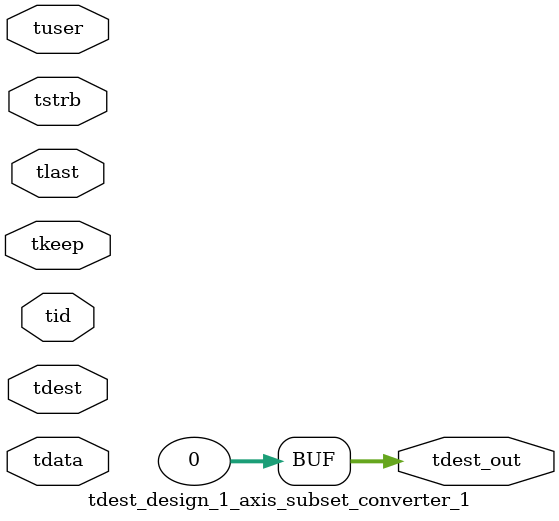
<source format=v>


`timescale 1ps/1ps

module tdest_design_1_axis_subset_converter_1 #
(
parameter C_S_AXIS_TDATA_WIDTH = 32,
parameter C_S_AXIS_TUSER_WIDTH = 0,
parameter C_S_AXIS_TID_WIDTH   = 0,
parameter C_S_AXIS_TDEST_WIDTH = 0,
parameter C_M_AXIS_TDEST_WIDTH = 32
)
(
input  [(C_S_AXIS_TDATA_WIDTH == 0 ? 1 : C_S_AXIS_TDATA_WIDTH)-1:0     ] tdata,
input  [(C_S_AXIS_TUSER_WIDTH == 0 ? 1 : C_S_AXIS_TUSER_WIDTH)-1:0     ] tuser,
input  [(C_S_AXIS_TID_WIDTH   == 0 ? 1 : C_S_AXIS_TID_WIDTH)-1:0       ] tid,
input  [(C_S_AXIS_TDEST_WIDTH == 0 ? 1 : C_S_AXIS_TDEST_WIDTH)-1:0     ] tdest,
input  [(C_S_AXIS_TDATA_WIDTH/8)-1:0 ] tkeep,
input  [(C_S_AXIS_TDATA_WIDTH/8)-1:0 ] tstrb,
input                                                                    tlast,
output [C_M_AXIS_TDEST_WIDTH-1:0] tdest_out
);

assign tdest_out = {1'b0};

endmodule


</source>
